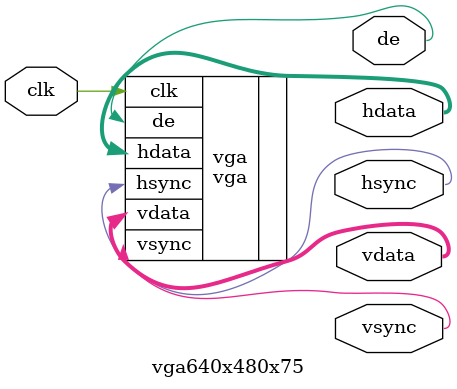
<source format=v>
`timescale 1ns / 100ps
module vga640x480x75
(
	input wire clk,
	output wire hsync,
	output wire vsync,
	output wire [11:0] hdata,
	output wire [11:0] vdata,
	output wire de
);
	 
	// Instantiate
	vga #(12, 640, 656, 720, 840, 480, 481, 484, 500, 0, 0) vga (
		.clk(clk), 
		.hdata(hdata),
		.vdata(vdata),
		.hsync(hsync),
		.vsync(vsync),
		.de(de)
	);

endmodule

</source>
